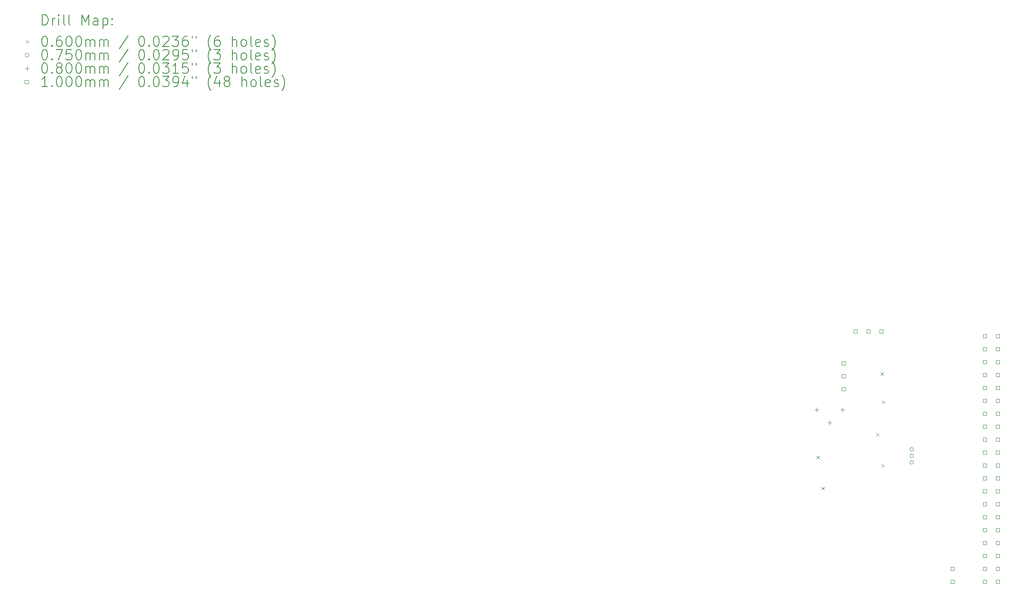
<source format=gbr>
%TF.GenerationSoftware,KiCad,Pcbnew,9.0.2-9.0.2-0~ubuntu24.04.1*%
%TF.CreationDate,2025-05-23T13:47:26-07:00*%
%TF.ProjectId,PMT_FPGA_PCB,504d545f-4650-4474-915f-5043422e6b69,rev?*%
%TF.SameCoordinates,Original*%
%TF.FileFunction,Drillmap*%
%TF.FilePolarity,Positive*%
%FSLAX45Y45*%
G04 Gerber Fmt 4.5, Leading zero omitted, Abs format (unit mm)*
G04 Created by KiCad (PCBNEW 9.0.2-9.0.2-0~ubuntu24.04.1) date 2025-05-23 13:47:26*
%MOMM*%
%LPD*%
G01*
G04 APERTURE LIST*
%ADD10C,0.200000*%
%ADD11C,0.100000*%
G04 APERTURE END LIST*
D10*
D11*
X15462150Y-8780800D02*
X15522150Y-8840800D01*
X15522150Y-8780800D02*
X15462150Y-8840800D01*
X15563750Y-9390400D02*
X15623750Y-9450400D01*
X15623750Y-9390400D02*
X15563750Y-9450400D01*
X16632400Y-8326600D02*
X16692400Y-8386600D01*
X16692400Y-8326600D02*
X16632400Y-8386600D01*
X16715726Y-7139926D02*
X16775726Y-7199926D01*
X16775726Y-7139926D02*
X16715726Y-7199926D01*
X16734000Y-8936200D02*
X16794000Y-8996200D01*
X16794000Y-8936200D02*
X16734000Y-8996200D01*
X16752655Y-7698344D02*
X16812656Y-7758344D01*
X16812656Y-7698344D02*
X16752655Y-7758344D01*
X17372450Y-8653350D02*
G75*
G02*
X17297450Y-8653350I-37500J0D01*
G01*
X17297450Y-8653350D02*
G75*
G02*
X17372450Y-8653350I37500J0D01*
G01*
X17372450Y-8780350D02*
G75*
G02*
X17297450Y-8780350I-37500J0D01*
G01*
X17297450Y-8780350D02*
G75*
G02*
X17372450Y-8780350I37500J0D01*
G01*
X17372450Y-8907350D02*
G75*
G02*
X17297450Y-8907350I-37500J0D01*
G01*
X17297450Y-8907350D02*
G75*
G02*
X17372450Y-8907350I37500J0D01*
G01*
X15468600Y-7834000D02*
X15468600Y-7914000D01*
X15428600Y-7874000D02*
X15508600Y-7874000D01*
X15722600Y-8088000D02*
X15722600Y-8168000D01*
X15682600Y-8128000D02*
X15762600Y-8128000D01*
X15976600Y-7834000D02*
X15976600Y-7914000D01*
X15936600Y-7874000D02*
X16016600Y-7874000D01*
X16029956Y-6994956D02*
X16029956Y-6924244D01*
X15959244Y-6924244D01*
X15959244Y-6994956D01*
X16029956Y-6994956D01*
X16029956Y-7248956D02*
X16029956Y-7178244D01*
X15959244Y-7178244D01*
X15959244Y-7248956D01*
X16029956Y-7248956D01*
X16029956Y-7502956D02*
X16029956Y-7432244D01*
X15959244Y-7432244D01*
X15959244Y-7502956D01*
X16029956Y-7502956D01*
X16265956Y-6366656D02*
X16265956Y-6295944D01*
X16195244Y-6295944D01*
X16195244Y-6366656D01*
X16265956Y-6366656D01*
X16519956Y-6366656D02*
X16519956Y-6295944D01*
X16449244Y-6295944D01*
X16449244Y-6366656D01*
X16519956Y-6366656D01*
X16773956Y-6366656D02*
X16773956Y-6295944D01*
X16703244Y-6295944D01*
X16703244Y-6366656D01*
X16773956Y-6366656D01*
X18170956Y-11034056D02*
X18170956Y-10963344D01*
X18100244Y-10963344D01*
X18100244Y-11034056D01*
X18170956Y-11034056D01*
X18170956Y-11288056D02*
X18170956Y-11217344D01*
X18100244Y-11217344D01*
X18100244Y-11288056D01*
X18170956Y-11288056D01*
X18804556Y-6461556D02*
X18804556Y-6390844D01*
X18733844Y-6390844D01*
X18733844Y-6461556D01*
X18804556Y-6461556D01*
X18804556Y-6715556D02*
X18804556Y-6644844D01*
X18733844Y-6644844D01*
X18733844Y-6715556D01*
X18804556Y-6715556D01*
X18804556Y-6969556D02*
X18804556Y-6898844D01*
X18733844Y-6898844D01*
X18733844Y-6969556D01*
X18804556Y-6969556D01*
X18804556Y-7223556D02*
X18804556Y-7152844D01*
X18733844Y-7152844D01*
X18733844Y-7223556D01*
X18804556Y-7223556D01*
X18804556Y-7477556D02*
X18804556Y-7406844D01*
X18733844Y-7406844D01*
X18733844Y-7477556D01*
X18804556Y-7477556D01*
X18804556Y-7731556D02*
X18804556Y-7660844D01*
X18733844Y-7660844D01*
X18733844Y-7731556D01*
X18804556Y-7731556D01*
X18804556Y-7985556D02*
X18804556Y-7914844D01*
X18733844Y-7914844D01*
X18733844Y-7985556D01*
X18804556Y-7985556D01*
X18804556Y-8239556D02*
X18804556Y-8168844D01*
X18733844Y-8168844D01*
X18733844Y-8239556D01*
X18804556Y-8239556D01*
X18804556Y-8493556D02*
X18804556Y-8422844D01*
X18733844Y-8422844D01*
X18733844Y-8493556D01*
X18804556Y-8493556D01*
X18804556Y-8747556D02*
X18804556Y-8676844D01*
X18733844Y-8676844D01*
X18733844Y-8747556D01*
X18804556Y-8747556D01*
X18804556Y-9001556D02*
X18804556Y-8930844D01*
X18733844Y-8930844D01*
X18733844Y-9001556D01*
X18804556Y-9001556D01*
X18804556Y-9255556D02*
X18804556Y-9184844D01*
X18733844Y-9184844D01*
X18733844Y-9255556D01*
X18804556Y-9255556D01*
X18804556Y-9509556D02*
X18804556Y-9438844D01*
X18733844Y-9438844D01*
X18733844Y-9509556D01*
X18804556Y-9509556D01*
X18804556Y-9763556D02*
X18804556Y-9692844D01*
X18733844Y-9692844D01*
X18733844Y-9763556D01*
X18804556Y-9763556D01*
X18804556Y-10017556D02*
X18804556Y-9946844D01*
X18733844Y-9946844D01*
X18733844Y-10017556D01*
X18804556Y-10017556D01*
X18804556Y-10271556D02*
X18804556Y-10200844D01*
X18733844Y-10200844D01*
X18733844Y-10271556D01*
X18804556Y-10271556D01*
X18804556Y-10525556D02*
X18804556Y-10454844D01*
X18733844Y-10454844D01*
X18733844Y-10525556D01*
X18804556Y-10525556D01*
X18804556Y-10779556D02*
X18804556Y-10708844D01*
X18733844Y-10708844D01*
X18733844Y-10779556D01*
X18804556Y-10779556D01*
X18804556Y-11033556D02*
X18804556Y-10962844D01*
X18733844Y-10962844D01*
X18733844Y-11033556D01*
X18804556Y-11033556D01*
X18804556Y-11287556D02*
X18804556Y-11216844D01*
X18733844Y-11216844D01*
X18733844Y-11287556D01*
X18804556Y-11287556D01*
X19058556Y-6461556D02*
X19058556Y-6390844D01*
X18987844Y-6390844D01*
X18987844Y-6461556D01*
X19058556Y-6461556D01*
X19058556Y-6715556D02*
X19058556Y-6644844D01*
X18987844Y-6644844D01*
X18987844Y-6715556D01*
X19058556Y-6715556D01*
X19058556Y-6969556D02*
X19058556Y-6898844D01*
X18987844Y-6898844D01*
X18987844Y-6969556D01*
X19058556Y-6969556D01*
X19058556Y-7223556D02*
X19058556Y-7152844D01*
X18987844Y-7152844D01*
X18987844Y-7223556D01*
X19058556Y-7223556D01*
X19058556Y-7477556D02*
X19058556Y-7406844D01*
X18987844Y-7406844D01*
X18987844Y-7477556D01*
X19058556Y-7477556D01*
X19058556Y-7731556D02*
X19058556Y-7660844D01*
X18987844Y-7660844D01*
X18987844Y-7731556D01*
X19058556Y-7731556D01*
X19058556Y-7985556D02*
X19058556Y-7914844D01*
X18987844Y-7914844D01*
X18987844Y-7985556D01*
X19058556Y-7985556D01*
X19058556Y-8239556D02*
X19058556Y-8168844D01*
X18987844Y-8168844D01*
X18987844Y-8239556D01*
X19058556Y-8239556D01*
X19058556Y-8493556D02*
X19058556Y-8422844D01*
X18987844Y-8422844D01*
X18987844Y-8493556D01*
X19058556Y-8493556D01*
X19058556Y-8747556D02*
X19058556Y-8676844D01*
X18987844Y-8676844D01*
X18987844Y-8747556D01*
X19058556Y-8747556D01*
X19058556Y-9001556D02*
X19058556Y-8930844D01*
X18987844Y-8930844D01*
X18987844Y-9001556D01*
X19058556Y-9001556D01*
X19058556Y-9255556D02*
X19058556Y-9184844D01*
X18987844Y-9184844D01*
X18987844Y-9255556D01*
X19058556Y-9255556D01*
X19058556Y-9509556D02*
X19058556Y-9438844D01*
X18987844Y-9438844D01*
X18987844Y-9509556D01*
X19058556Y-9509556D01*
X19058556Y-9763556D02*
X19058556Y-9692844D01*
X18987844Y-9692844D01*
X18987844Y-9763556D01*
X19058556Y-9763556D01*
X19058556Y-10017556D02*
X19058556Y-9946844D01*
X18987844Y-9946844D01*
X18987844Y-10017556D01*
X19058556Y-10017556D01*
X19058556Y-10271556D02*
X19058556Y-10200844D01*
X18987844Y-10200844D01*
X18987844Y-10271556D01*
X19058556Y-10271556D01*
X19058556Y-10525556D02*
X19058556Y-10454844D01*
X18987844Y-10454844D01*
X18987844Y-10525556D01*
X19058556Y-10525556D01*
X19058556Y-10779556D02*
X19058556Y-10708844D01*
X18987844Y-10708844D01*
X18987844Y-10779556D01*
X19058556Y-10779556D01*
X19058556Y-11033556D02*
X19058556Y-10962844D01*
X18987844Y-10962844D01*
X18987844Y-11033556D01*
X19058556Y-11033556D01*
X19058556Y-11287556D02*
X19058556Y-11216844D01*
X18987844Y-11216844D01*
X18987844Y-11287556D01*
X19058556Y-11287556D01*
D10*
X260777Y-311484D02*
X260777Y-111484D01*
X260777Y-111484D02*
X308396Y-111484D01*
X308396Y-111484D02*
X336967Y-121008D01*
X336967Y-121008D02*
X356015Y-140055D01*
X356015Y-140055D02*
X365539Y-159103D01*
X365539Y-159103D02*
X375062Y-197198D01*
X375062Y-197198D02*
X375062Y-225769D01*
X375062Y-225769D02*
X365539Y-263865D01*
X365539Y-263865D02*
X356015Y-282912D01*
X356015Y-282912D02*
X336967Y-301960D01*
X336967Y-301960D02*
X308396Y-311484D01*
X308396Y-311484D02*
X260777Y-311484D01*
X460777Y-311484D02*
X460777Y-178150D01*
X460777Y-216246D02*
X470301Y-197198D01*
X470301Y-197198D02*
X479824Y-187674D01*
X479824Y-187674D02*
X498872Y-178150D01*
X498872Y-178150D02*
X517920Y-178150D01*
X584586Y-311484D02*
X584586Y-178150D01*
X584586Y-111484D02*
X575063Y-121008D01*
X575063Y-121008D02*
X584586Y-130531D01*
X584586Y-130531D02*
X594110Y-121008D01*
X594110Y-121008D02*
X584586Y-111484D01*
X584586Y-111484D02*
X584586Y-130531D01*
X708396Y-311484D02*
X689348Y-301960D01*
X689348Y-301960D02*
X679824Y-282912D01*
X679824Y-282912D02*
X679824Y-111484D01*
X813158Y-311484D02*
X794110Y-301960D01*
X794110Y-301960D02*
X784586Y-282912D01*
X784586Y-282912D02*
X784586Y-111484D01*
X1041729Y-311484D02*
X1041729Y-111484D01*
X1041729Y-111484D02*
X1108396Y-254341D01*
X1108396Y-254341D02*
X1175063Y-111484D01*
X1175063Y-111484D02*
X1175063Y-311484D01*
X1356015Y-311484D02*
X1356015Y-206722D01*
X1356015Y-206722D02*
X1346491Y-187674D01*
X1346491Y-187674D02*
X1327444Y-178150D01*
X1327444Y-178150D02*
X1289348Y-178150D01*
X1289348Y-178150D02*
X1270301Y-187674D01*
X1356015Y-301960D02*
X1336967Y-311484D01*
X1336967Y-311484D02*
X1289348Y-311484D01*
X1289348Y-311484D02*
X1270301Y-301960D01*
X1270301Y-301960D02*
X1260777Y-282912D01*
X1260777Y-282912D02*
X1260777Y-263865D01*
X1260777Y-263865D02*
X1270301Y-244817D01*
X1270301Y-244817D02*
X1289348Y-235293D01*
X1289348Y-235293D02*
X1336967Y-235293D01*
X1336967Y-235293D02*
X1356015Y-225769D01*
X1451253Y-178150D02*
X1451253Y-378150D01*
X1451253Y-187674D02*
X1470301Y-178150D01*
X1470301Y-178150D02*
X1508396Y-178150D01*
X1508396Y-178150D02*
X1527443Y-187674D01*
X1527443Y-187674D02*
X1536967Y-197198D01*
X1536967Y-197198D02*
X1546491Y-216246D01*
X1546491Y-216246D02*
X1546491Y-273389D01*
X1546491Y-273389D02*
X1536967Y-292436D01*
X1536967Y-292436D02*
X1527443Y-301960D01*
X1527443Y-301960D02*
X1508396Y-311484D01*
X1508396Y-311484D02*
X1470301Y-311484D01*
X1470301Y-311484D02*
X1451253Y-301960D01*
X1632205Y-292436D02*
X1641729Y-301960D01*
X1641729Y-301960D02*
X1632205Y-311484D01*
X1632205Y-311484D02*
X1622682Y-301960D01*
X1622682Y-301960D02*
X1632205Y-292436D01*
X1632205Y-292436D02*
X1632205Y-311484D01*
X1632205Y-187674D02*
X1641729Y-197198D01*
X1641729Y-197198D02*
X1632205Y-206722D01*
X1632205Y-206722D02*
X1622682Y-197198D01*
X1622682Y-197198D02*
X1632205Y-187674D01*
X1632205Y-187674D02*
X1632205Y-206722D01*
D11*
X-60000Y-610000D02*
X0Y-670000D01*
X0Y-610000D02*
X-60000Y-670000D01*
D10*
X298872Y-531484D02*
X317920Y-531484D01*
X317920Y-531484D02*
X336967Y-541008D01*
X336967Y-541008D02*
X346491Y-550531D01*
X346491Y-550531D02*
X356015Y-569579D01*
X356015Y-569579D02*
X365539Y-607674D01*
X365539Y-607674D02*
X365539Y-655293D01*
X365539Y-655293D02*
X356015Y-693389D01*
X356015Y-693389D02*
X346491Y-712436D01*
X346491Y-712436D02*
X336967Y-721960D01*
X336967Y-721960D02*
X317920Y-731484D01*
X317920Y-731484D02*
X298872Y-731484D01*
X298872Y-731484D02*
X279824Y-721960D01*
X279824Y-721960D02*
X270301Y-712436D01*
X270301Y-712436D02*
X260777Y-693389D01*
X260777Y-693389D02*
X251253Y-655293D01*
X251253Y-655293D02*
X251253Y-607674D01*
X251253Y-607674D02*
X260777Y-569579D01*
X260777Y-569579D02*
X270301Y-550531D01*
X270301Y-550531D02*
X279824Y-541008D01*
X279824Y-541008D02*
X298872Y-531484D01*
X451253Y-712436D02*
X460777Y-721960D01*
X460777Y-721960D02*
X451253Y-731484D01*
X451253Y-731484D02*
X441729Y-721960D01*
X441729Y-721960D02*
X451253Y-712436D01*
X451253Y-712436D02*
X451253Y-731484D01*
X632205Y-531484D02*
X594110Y-531484D01*
X594110Y-531484D02*
X575063Y-541008D01*
X575063Y-541008D02*
X565539Y-550531D01*
X565539Y-550531D02*
X546491Y-579103D01*
X546491Y-579103D02*
X536967Y-617198D01*
X536967Y-617198D02*
X536967Y-693389D01*
X536967Y-693389D02*
X546491Y-712436D01*
X546491Y-712436D02*
X556015Y-721960D01*
X556015Y-721960D02*
X575063Y-731484D01*
X575063Y-731484D02*
X613158Y-731484D01*
X613158Y-731484D02*
X632205Y-721960D01*
X632205Y-721960D02*
X641729Y-712436D01*
X641729Y-712436D02*
X651253Y-693389D01*
X651253Y-693389D02*
X651253Y-645770D01*
X651253Y-645770D02*
X641729Y-626722D01*
X641729Y-626722D02*
X632205Y-617198D01*
X632205Y-617198D02*
X613158Y-607674D01*
X613158Y-607674D02*
X575063Y-607674D01*
X575063Y-607674D02*
X556015Y-617198D01*
X556015Y-617198D02*
X546491Y-626722D01*
X546491Y-626722D02*
X536967Y-645770D01*
X775062Y-531484D02*
X794110Y-531484D01*
X794110Y-531484D02*
X813158Y-541008D01*
X813158Y-541008D02*
X822682Y-550531D01*
X822682Y-550531D02*
X832205Y-569579D01*
X832205Y-569579D02*
X841729Y-607674D01*
X841729Y-607674D02*
X841729Y-655293D01*
X841729Y-655293D02*
X832205Y-693389D01*
X832205Y-693389D02*
X822682Y-712436D01*
X822682Y-712436D02*
X813158Y-721960D01*
X813158Y-721960D02*
X794110Y-731484D01*
X794110Y-731484D02*
X775062Y-731484D01*
X775062Y-731484D02*
X756015Y-721960D01*
X756015Y-721960D02*
X746491Y-712436D01*
X746491Y-712436D02*
X736967Y-693389D01*
X736967Y-693389D02*
X727443Y-655293D01*
X727443Y-655293D02*
X727443Y-607674D01*
X727443Y-607674D02*
X736967Y-569579D01*
X736967Y-569579D02*
X746491Y-550531D01*
X746491Y-550531D02*
X756015Y-541008D01*
X756015Y-541008D02*
X775062Y-531484D01*
X965539Y-531484D02*
X984586Y-531484D01*
X984586Y-531484D02*
X1003634Y-541008D01*
X1003634Y-541008D02*
X1013158Y-550531D01*
X1013158Y-550531D02*
X1022682Y-569579D01*
X1022682Y-569579D02*
X1032205Y-607674D01*
X1032205Y-607674D02*
X1032205Y-655293D01*
X1032205Y-655293D02*
X1022682Y-693389D01*
X1022682Y-693389D02*
X1013158Y-712436D01*
X1013158Y-712436D02*
X1003634Y-721960D01*
X1003634Y-721960D02*
X984586Y-731484D01*
X984586Y-731484D02*
X965539Y-731484D01*
X965539Y-731484D02*
X946491Y-721960D01*
X946491Y-721960D02*
X936967Y-712436D01*
X936967Y-712436D02*
X927443Y-693389D01*
X927443Y-693389D02*
X917920Y-655293D01*
X917920Y-655293D02*
X917920Y-607674D01*
X917920Y-607674D02*
X927443Y-569579D01*
X927443Y-569579D02*
X936967Y-550531D01*
X936967Y-550531D02*
X946491Y-541008D01*
X946491Y-541008D02*
X965539Y-531484D01*
X1117920Y-731484D02*
X1117920Y-598150D01*
X1117920Y-617198D02*
X1127444Y-607674D01*
X1127444Y-607674D02*
X1146491Y-598150D01*
X1146491Y-598150D02*
X1175063Y-598150D01*
X1175063Y-598150D02*
X1194110Y-607674D01*
X1194110Y-607674D02*
X1203634Y-626722D01*
X1203634Y-626722D02*
X1203634Y-731484D01*
X1203634Y-626722D02*
X1213158Y-607674D01*
X1213158Y-607674D02*
X1232205Y-598150D01*
X1232205Y-598150D02*
X1260777Y-598150D01*
X1260777Y-598150D02*
X1279825Y-607674D01*
X1279825Y-607674D02*
X1289348Y-626722D01*
X1289348Y-626722D02*
X1289348Y-731484D01*
X1384586Y-731484D02*
X1384586Y-598150D01*
X1384586Y-617198D02*
X1394110Y-607674D01*
X1394110Y-607674D02*
X1413158Y-598150D01*
X1413158Y-598150D02*
X1441729Y-598150D01*
X1441729Y-598150D02*
X1460777Y-607674D01*
X1460777Y-607674D02*
X1470301Y-626722D01*
X1470301Y-626722D02*
X1470301Y-731484D01*
X1470301Y-626722D02*
X1479824Y-607674D01*
X1479824Y-607674D02*
X1498872Y-598150D01*
X1498872Y-598150D02*
X1527443Y-598150D01*
X1527443Y-598150D02*
X1546491Y-607674D01*
X1546491Y-607674D02*
X1556015Y-626722D01*
X1556015Y-626722D02*
X1556015Y-731484D01*
X1946491Y-521960D02*
X1775063Y-779103D01*
X2203634Y-531484D02*
X2222682Y-531484D01*
X2222682Y-531484D02*
X2241729Y-541008D01*
X2241729Y-541008D02*
X2251253Y-550531D01*
X2251253Y-550531D02*
X2260777Y-569579D01*
X2260777Y-569579D02*
X2270301Y-607674D01*
X2270301Y-607674D02*
X2270301Y-655293D01*
X2270301Y-655293D02*
X2260777Y-693389D01*
X2260777Y-693389D02*
X2251253Y-712436D01*
X2251253Y-712436D02*
X2241729Y-721960D01*
X2241729Y-721960D02*
X2222682Y-731484D01*
X2222682Y-731484D02*
X2203634Y-731484D01*
X2203634Y-731484D02*
X2184587Y-721960D01*
X2184587Y-721960D02*
X2175063Y-712436D01*
X2175063Y-712436D02*
X2165539Y-693389D01*
X2165539Y-693389D02*
X2156015Y-655293D01*
X2156015Y-655293D02*
X2156015Y-607674D01*
X2156015Y-607674D02*
X2165539Y-569579D01*
X2165539Y-569579D02*
X2175063Y-550531D01*
X2175063Y-550531D02*
X2184587Y-541008D01*
X2184587Y-541008D02*
X2203634Y-531484D01*
X2356015Y-712436D02*
X2365539Y-721960D01*
X2365539Y-721960D02*
X2356015Y-731484D01*
X2356015Y-731484D02*
X2346491Y-721960D01*
X2346491Y-721960D02*
X2356015Y-712436D01*
X2356015Y-712436D02*
X2356015Y-731484D01*
X2489348Y-531484D02*
X2508396Y-531484D01*
X2508396Y-531484D02*
X2527444Y-541008D01*
X2527444Y-541008D02*
X2536968Y-550531D01*
X2536968Y-550531D02*
X2546491Y-569579D01*
X2546491Y-569579D02*
X2556015Y-607674D01*
X2556015Y-607674D02*
X2556015Y-655293D01*
X2556015Y-655293D02*
X2546491Y-693389D01*
X2546491Y-693389D02*
X2536968Y-712436D01*
X2536968Y-712436D02*
X2527444Y-721960D01*
X2527444Y-721960D02*
X2508396Y-731484D01*
X2508396Y-731484D02*
X2489348Y-731484D01*
X2489348Y-731484D02*
X2470301Y-721960D01*
X2470301Y-721960D02*
X2460777Y-712436D01*
X2460777Y-712436D02*
X2451253Y-693389D01*
X2451253Y-693389D02*
X2441729Y-655293D01*
X2441729Y-655293D02*
X2441729Y-607674D01*
X2441729Y-607674D02*
X2451253Y-569579D01*
X2451253Y-569579D02*
X2460777Y-550531D01*
X2460777Y-550531D02*
X2470301Y-541008D01*
X2470301Y-541008D02*
X2489348Y-531484D01*
X2632206Y-550531D02*
X2641729Y-541008D01*
X2641729Y-541008D02*
X2660777Y-531484D01*
X2660777Y-531484D02*
X2708396Y-531484D01*
X2708396Y-531484D02*
X2727444Y-541008D01*
X2727444Y-541008D02*
X2736968Y-550531D01*
X2736968Y-550531D02*
X2746491Y-569579D01*
X2746491Y-569579D02*
X2746491Y-588627D01*
X2746491Y-588627D02*
X2736968Y-617198D01*
X2736968Y-617198D02*
X2622682Y-731484D01*
X2622682Y-731484D02*
X2746491Y-731484D01*
X2813158Y-531484D02*
X2936967Y-531484D01*
X2936967Y-531484D02*
X2870301Y-607674D01*
X2870301Y-607674D02*
X2898872Y-607674D01*
X2898872Y-607674D02*
X2917920Y-617198D01*
X2917920Y-617198D02*
X2927444Y-626722D01*
X2927444Y-626722D02*
X2936967Y-645770D01*
X2936967Y-645770D02*
X2936967Y-693389D01*
X2936967Y-693389D02*
X2927444Y-712436D01*
X2927444Y-712436D02*
X2917920Y-721960D01*
X2917920Y-721960D02*
X2898872Y-731484D01*
X2898872Y-731484D02*
X2841729Y-731484D01*
X2841729Y-731484D02*
X2822682Y-721960D01*
X2822682Y-721960D02*
X2813158Y-712436D01*
X3108396Y-531484D02*
X3070301Y-531484D01*
X3070301Y-531484D02*
X3051253Y-541008D01*
X3051253Y-541008D02*
X3041729Y-550531D01*
X3041729Y-550531D02*
X3022682Y-579103D01*
X3022682Y-579103D02*
X3013158Y-617198D01*
X3013158Y-617198D02*
X3013158Y-693389D01*
X3013158Y-693389D02*
X3022682Y-712436D01*
X3022682Y-712436D02*
X3032206Y-721960D01*
X3032206Y-721960D02*
X3051253Y-731484D01*
X3051253Y-731484D02*
X3089348Y-731484D01*
X3089348Y-731484D02*
X3108396Y-721960D01*
X3108396Y-721960D02*
X3117920Y-712436D01*
X3117920Y-712436D02*
X3127444Y-693389D01*
X3127444Y-693389D02*
X3127444Y-645770D01*
X3127444Y-645770D02*
X3117920Y-626722D01*
X3117920Y-626722D02*
X3108396Y-617198D01*
X3108396Y-617198D02*
X3089348Y-607674D01*
X3089348Y-607674D02*
X3051253Y-607674D01*
X3051253Y-607674D02*
X3032206Y-617198D01*
X3032206Y-617198D02*
X3022682Y-626722D01*
X3022682Y-626722D02*
X3013158Y-645770D01*
X3203634Y-531484D02*
X3203634Y-569579D01*
X3279825Y-531484D02*
X3279825Y-569579D01*
X3575063Y-807674D02*
X3565539Y-798150D01*
X3565539Y-798150D02*
X3546491Y-769579D01*
X3546491Y-769579D02*
X3536968Y-750531D01*
X3536968Y-750531D02*
X3527444Y-721960D01*
X3527444Y-721960D02*
X3517920Y-674341D01*
X3517920Y-674341D02*
X3517920Y-636246D01*
X3517920Y-636246D02*
X3527444Y-588627D01*
X3527444Y-588627D02*
X3536968Y-560055D01*
X3536968Y-560055D02*
X3546491Y-541008D01*
X3546491Y-541008D02*
X3565539Y-512436D01*
X3565539Y-512436D02*
X3575063Y-502912D01*
X3736968Y-531484D02*
X3698872Y-531484D01*
X3698872Y-531484D02*
X3679825Y-541008D01*
X3679825Y-541008D02*
X3670301Y-550531D01*
X3670301Y-550531D02*
X3651253Y-579103D01*
X3651253Y-579103D02*
X3641729Y-617198D01*
X3641729Y-617198D02*
X3641729Y-693389D01*
X3641729Y-693389D02*
X3651253Y-712436D01*
X3651253Y-712436D02*
X3660777Y-721960D01*
X3660777Y-721960D02*
X3679825Y-731484D01*
X3679825Y-731484D02*
X3717920Y-731484D01*
X3717920Y-731484D02*
X3736968Y-721960D01*
X3736968Y-721960D02*
X3746491Y-712436D01*
X3746491Y-712436D02*
X3756015Y-693389D01*
X3756015Y-693389D02*
X3756015Y-645770D01*
X3756015Y-645770D02*
X3746491Y-626722D01*
X3746491Y-626722D02*
X3736968Y-617198D01*
X3736968Y-617198D02*
X3717920Y-607674D01*
X3717920Y-607674D02*
X3679825Y-607674D01*
X3679825Y-607674D02*
X3660777Y-617198D01*
X3660777Y-617198D02*
X3651253Y-626722D01*
X3651253Y-626722D02*
X3641729Y-645770D01*
X3994110Y-731484D02*
X3994110Y-531484D01*
X4079825Y-731484D02*
X4079825Y-626722D01*
X4079825Y-626722D02*
X4070301Y-607674D01*
X4070301Y-607674D02*
X4051253Y-598150D01*
X4051253Y-598150D02*
X4022682Y-598150D01*
X4022682Y-598150D02*
X4003634Y-607674D01*
X4003634Y-607674D02*
X3994110Y-617198D01*
X4203634Y-731484D02*
X4184587Y-721960D01*
X4184587Y-721960D02*
X4175063Y-712436D01*
X4175063Y-712436D02*
X4165539Y-693389D01*
X4165539Y-693389D02*
X4165539Y-636246D01*
X4165539Y-636246D02*
X4175063Y-617198D01*
X4175063Y-617198D02*
X4184587Y-607674D01*
X4184587Y-607674D02*
X4203634Y-598150D01*
X4203634Y-598150D02*
X4232206Y-598150D01*
X4232206Y-598150D02*
X4251253Y-607674D01*
X4251253Y-607674D02*
X4260777Y-617198D01*
X4260777Y-617198D02*
X4270301Y-636246D01*
X4270301Y-636246D02*
X4270301Y-693389D01*
X4270301Y-693389D02*
X4260777Y-712436D01*
X4260777Y-712436D02*
X4251253Y-721960D01*
X4251253Y-721960D02*
X4232206Y-731484D01*
X4232206Y-731484D02*
X4203634Y-731484D01*
X4384587Y-731484D02*
X4365539Y-721960D01*
X4365539Y-721960D02*
X4356015Y-702912D01*
X4356015Y-702912D02*
X4356015Y-531484D01*
X4536968Y-721960D02*
X4517920Y-731484D01*
X4517920Y-731484D02*
X4479825Y-731484D01*
X4479825Y-731484D02*
X4460777Y-721960D01*
X4460777Y-721960D02*
X4451253Y-702912D01*
X4451253Y-702912D02*
X4451253Y-626722D01*
X4451253Y-626722D02*
X4460777Y-607674D01*
X4460777Y-607674D02*
X4479825Y-598150D01*
X4479825Y-598150D02*
X4517920Y-598150D01*
X4517920Y-598150D02*
X4536968Y-607674D01*
X4536968Y-607674D02*
X4546492Y-626722D01*
X4546492Y-626722D02*
X4546492Y-645770D01*
X4546492Y-645770D02*
X4451253Y-664817D01*
X4622682Y-721960D02*
X4641730Y-731484D01*
X4641730Y-731484D02*
X4679825Y-731484D01*
X4679825Y-731484D02*
X4698873Y-721960D01*
X4698873Y-721960D02*
X4708396Y-702912D01*
X4708396Y-702912D02*
X4708396Y-693389D01*
X4708396Y-693389D02*
X4698873Y-674341D01*
X4698873Y-674341D02*
X4679825Y-664817D01*
X4679825Y-664817D02*
X4651253Y-664817D01*
X4651253Y-664817D02*
X4632206Y-655293D01*
X4632206Y-655293D02*
X4622682Y-636246D01*
X4622682Y-636246D02*
X4622682Y-626722D01*
X4622682Y-626722D02*
X4632206Y-607674D01*
X4632206Y-607674D02*
X4651253Y-598150D01*
X4651253Y-598150D02*
X4679825Y-598150D01*
X4679825Y-598150D02*
X4698873Y-607674D01*
X4775063Y-807674D02*
X4784587Y-798150D01*
X4784587Y-798150D02*
X4803634Y-769579D01*
X4803634Y-769579D02*
X4813158Y-750531D01*
X4813158Y-750531D02*
X4822682Y-721960D01*
X4822682Y-721960D02*
X4832206Y-674341D01*
X4832206Y-674341D02*
X4832206Y-636246D01*
X4832206Y-636246D02*
X4822682Y-588627D01*
X4822682Y-588627D02*
X4813158Y-560055D01*
X4813158Y-560055D02*
X4803634Y-541008D01*
X4803634Y-541008D02*
X4784587Y-512436D01*
X4784587Y-512436D02*
X4775063Y-502912D01*
D11*
X0Y-904000D02*
G75*
G02*
X-75000Y-904000I-37500J0D01*
G01*
X-75000Y-904000D02*
G75*
G02*
X0Y-904000I37500J0D01*
G01*
D10*
X298872Y-795484D02*
X317920Y-795484D01*
X317920Y-795484D02*
X336967Y-805008D01*
X336967Y-805008D02*
X346491Y-814531D01*
X346491Y-814531D02*
X356015Y-833579D01*
X356015Y-833579D02*
X365539Y-871674D01*
X365539Y-871674D02*
X365539Y-919293D01*
X365539Y-919293D02*
X356015Y-957388D01*
X356015Y-957388D02*
X346491Y-976436D01*
X346491Y-976436D02*
X336967Y-985960D01*
X336967Y-985960D02*
X317920Y-995484D01*
X317920Y-995484D02*
X298872Y-995484D01*
X298872Y-995484D02*
X279824Y-985960D01*
X279824Y-985960D02*
X270301Y-976436D01*
X270301Y-976436D02*
X260777Y-957388D01*
X260777Y-957388D02*
X251253Y-919293D01*
X251253Y-919293D02*
X251253Y-871674D01*
X251253Y-871674D02*
X260777Y-833579D01*
X260777Y-833579D02*
X270301Y-814531D01*
X270301Y-814531D02*
X279824Y-805008D01*
X279824Y-805008D02*
X298872Y-795484D01*
X451253Y-976436D02*
X460777Y-985960D01*
X460777Y-985960D02*
X451253Y-995484D01*
X451253Y-995484D02*
X441729Y-985960D01*
X441729Y-985960D02*
X451253Y-976436D01*
X451253Y-976436D02*
X451253Y-995484D01*
X527444Y-795484D02*
X660777Y-795484D01*
X660777Y-795484D02*
X575063Y-995484D01*
X832205Y-795484D02*
X736967Y-795484D01*
X736967Y-795484D02*
X727443Y-890722D01*
X727443Y-890722D02*
X736967Y-881198D01*
X736967Y-881198D02*
X756015Y-871674D01*
X756015Y-871674D02*
X803634Y-871674D01*
X803634Y-871674D02*
X822682Y-881198D01*
X822682Y-881198D02*
X832205Y-890722D01*
X832205Y-890722D02*
X841729Y-909769D01*
X841729Y-909769D02*
X841729Y-957388D01*
X841729Y-957388D02*
X832205Y-976436D01*
X832205Y-976436D02*
X822682Y-985960D01*
X822682Y-985960D02*
X803634Y-995484D01*
X803634Y-995484D02*
X756015Y-995484D01*
X756015Y-995484D02*
X736967Y-985960D01*
X736967Y-985960D02*
X727443Y-976436D01*
X965539Y-795484D02*
X984586Y-795484D01*
X984586Y-795484D02*
X1003634Y-805008D01*
X1003634Y-805008D02*
X1013158Y-814531D01*
X1013158Y-814531D02*
X1022682Y-833579D01*
X1022682Y-833579D02*
X1032205Y-871674D01*
X1032205Y-871674D02*
X1032205Y-919293D01*
X1032205Y-919293D02*
X1022682Y-957388D01*
X1022682Y-957388D02*
X1013158Y-976436D01*
X1013158Y-976436D02*
X1003634Y-985960D01*
X1003634Y-985960D02*
X984586Y-995484D01*
X984586Y-995484D02*
X965539Y-995484D01*
X965539Y-995484D02*
X946491Y-985960D01*
X946491Y-985960D02*
X936967Y-976436D01*
X936967Y-976436D02*
X927443Y-957388D01*
X927443Y-957388D02*
X917920Y-919293D01*
X917920Y-919293D02*
X917920Y-871674D01*
X917920Y-871674D02*
X927443Y-833579D01*
X927443Y-833579D02*
X936967Y-814531D01*
X936967Y-814531D02*
X946491Y-805008D01*
X946491Y-805008D02*
X965539Y-795484D01*
X1117920Y-995484D02*
X1117920Y-862150D01*
X1117920Y-881198D02*
X1127444Y-871674D01*
X1127444Y-871674D02*
X1146491Y-862150D01*
X1146491Y-862150D02*
X1175063Y-862150D01*
X1175063Y-862150D02*
X1194110Y-871674D01*
X1194110Y-871674D02*
X1203634Y-890722D01*
X1203634Y-890722D02*
X1203634Y-995484D01*
X1203634Y-890722D02*
X1213158Y-871674D01*
X1213158Y-871674D02*
X1232205Y-862150D01*
X1232205Y-862150D02*
X1260777Y-862150D01*
X1260777Y-862150D02*
X1279825Y-871674D01*
X1279825Y-871674D02*
X1289348Y-890722D01*
X1289348Y-890722D02*
X1289348Y-995484D01*
X1384586Y-995484D02*
X1384586Y-862150D01*
X1384586Y-881198D02*
X1394110Y-871674D01*
X1394110Y-871674D02*
X1413158Y-862150D01*
X1413158Y-862150D02*
X1441729Y-862150D01*
X1441729Y-862150D02*
X1460777Y-871674D01*
X1460777Y-871674D02*
X1470301Y-890722D01*
X1470301Y-890722D02*
X1470301Y-995484D01*
X1470301Y-890722D02*
X1479824Y-871674D01*
X1479824Y-871674D02*
X1498872Y-862150D01*
X1498872Y-862150D02*
X1527443Y-862150D01*
X1527443Y-862150D02*
X1546491Y-871674D01*
X1546491Y-871674D02*
X1556015Y-890722D01*
X1556015Y-890722D02*
X1556015Y-995484D01*
X1946491Y-785960D02*
X1775063Y-1043103D01*
X2203634Y-795484D02*
X2222682Y-795484D01*
X2222682Y-795484D02*
X2241729Y-805008D01*
X2241729Y-805008D02*
X2251253Y-814531D01*
X2251253Y-814531D02*
X2260777Y-833579D01*
X2260777Y-833579D02*
X2270301Y-871674D01*
X2270301Y-871674D02*
X2270301Y-919293D01*
X2270301Y-919293D02*
X2260777Y-957388D01*
X2260777Y-957388D02*
X2251253Y-976436D01*
X2251253Y-976436D02*
X2241729Y-985960D01*
X2241729Y-985960D02*
X2222682Y-995484D01*
X2222682Y-995484D02*
X2203634Y-995484D01*
X2203634Y-995484D02*
X2184587Y-985960D01*
X2184587Y-985960D02*
X2175063Y-976436D01*
X2175063Y-976436D02*
X2165539Y-957388D01*
X2165539Y-957388D02*
X2156015Y-919293D01*
X2156015Y-919293D02*
X2156015Y-871674D01*
X2156015Y-871674D02*
X2165539Y-833579D01*
X2165539Y-833579D02*
X2175063Y-814531D01*
X2175063Y-814531D02*
X2184587Y-805008D01*
X2184587Y-805008D02*
X2203634Y-795484D01*
X2356015Y-976436D02*
X2365539Y-985960D01*
X2365539Y-985960D02*
X2356015Y-995484D01*
X2356015Y-995484D02*
X2346491Y-985960D01*
X2346491Y-985960D02*
X2356015Y-976436D01*
X2356015Y-976436D02*
X2356015Y-995484D01*
X2489348Y-795484D02*
X2508396Y-795484D01*
X2508396Y-795484D02*
X2527444Y-805008D01*
X2527444Y-805008D02*
X2536968Y-814531D01*
X2536968Y-814531D02*
X2546491Y-833579D01*
X2546491Y-833579D02*
X2556015Y-871674D01*
X2556015Y-871674D02*
X2556015Y-919293D01*
X2556015Y-919293D02*
X2546491Y-957388D01*
X2546491Y-957388D02*
X2536968Y-976436D01*
X2536968Y-976436D02*
X2527444Y-985960D01*
X2527444Y-985960D02*
X2508396Y-995484D01*
X2508396Y-995484D02*
X2489348Y-995484D01*
X2489348Y-995484D02*
X2470301Y-985960D01*
X2470301Y-985960D02*
X2460777Y-976436D01*
X2460777Y-976436D02*
X2451253Y-957388D01*
X2451253Y-957388D02*
X2441729Y-919293D01*
X2441729Y-919293D02*
X2441729Y-871674D01*
X2441729Y-871674D02*
X2451253Y-833579D01*
X2451253Y-833579D02*
X2460777Y-814531D01*
X2460777Y-814531D02*
X2470301Y-805008D01*
X2470301Y-805008D02*
X2489348Y-795484D01*
X2632206Y-814531D02*
X2641729Y-805008D01*
X2641729Y-805008D02*
X2660777Y-795484D01*
X2660777Y-795484D02*
X2708396Y-795484D01*
X2708396Y-795484D02*
X2727444Y-805008D01*
X2727444Y-805008D02*
X2736968Y-814531D01*
X2736968Y-814531D02*
X2746491Y-833579D01*
X2746491Y-833579D02*
X2746491Y-852627D01*
X2746491Y-852627D02*
X2736968Y-881198D01*
X2736968Y-881198D02*
X2622682Y-995484D01*
X2622682Y-995484D02*
X2746491Y-995484D01*
X2841729Y-995484D02*
X2879825Y-995484D01*
X2879825Y-995484D02*
X2898872Y-985960D01*
X2898872Y-985960D02*
X2908396Y-976436D01*
X2908396Y-976436D02*
X2927444Y-947865D01*
X2927444Y-947865D02*
X2936967Y-909769D01*
X2936967Y-909769D02*
X2936967Y-833579D01*
X2936967Y-833579D02*
X2927444Y-814531D01*
X2927444Y-814531D02*
X2917920Y-805008D01*
X2917920Y-805008D02*
X2898872Y-795484D01*
X2898872Y-795484D02*
X2860777Y-795484D01*
X2860777Y-795484D02*
X2841729Y-805008D01*
X2841729Y-805008D02*
X2832206Y-814531D01*
X2832206Y-814531D02*
X2822682Y-833579D01*
X2822682Y-833579D02*
X2822682Y-881198D01*
X2822682Y-881198D02*
X2832206Y-900246D01*
X2832206Y-900246D02*
X2841729Y-909769D01*
X2841729Y-909769D02*
X2860777Y-919293D01*
X2860777Y-919293D02*
X2898872Y-919293D01*
X2898872Y-919293D02*
X2917920Y-909769D01*
X2917920Y-909769D02*
X2927444Y-900246D01*
X2927444Y-900246D02*
X2936967Y-881198D01*
X3117920Y-795484D02*
X3022682Y-795484D01*
X3022682Y-795484D02*
X3013158Y-890722D01*
X3013158Y-890722D02*
X3022682Y-881198D01*
X3022682Y-881198D02*
X3041729Y-871674D01*
X3041729Y-871674D02*
X3089348Y-871674D01*
X3089348Y-871674D02*
X3108396Y-881198D01*
X3108396Y-881198D02*
X3117920Y-890722D01*
X3117920Y-890722D02*
X3127444Y-909769D01*
X3127444Y-909769D02*
X3127444Y-957388D01*
X3127444Y-957388D02*
X3117920Y-976436D01*
X3117920Y-976436D02*
X3108396Y-985960D01*
X3108396Y-985960D02*
X3089348Y-995484D01*
X3089348Y-995484D02*
X3041729Y-995484D01*
X3041729Y-995484D02*
X3022682Y-985960D01*
X3022682Y-985960D02*
X3013158Y-976436D01*
X3203634Y-795484D02*
X3203634Y-833579D01*
X3279825Y-795484D02*
X3279825Y-833579D01*
X3575063Y-1071674D02*
X3565539Y-1062150D01*
X3565539Y-1062150D02*
X3546491Y-1033579D01*
X3546491Y-1033579D02*
X3536968Y-1014531D01*
X3536968Y-1014531D02*
X3527444Y-985960D01*
X3527444Y-985960D02*
X3517920Y-938341D01*
X3517920Y-938341D02*
X3517920Y-900246D01*
X3517920Y-900246D02*
X3527444Y-852627D01*
X3527444Y-852627D02*
X3536968Y-824055D01*
X3536968Y-824055D02*
X3546491Y-805008D01*
X3546491Y-805008D02*
X3565539Y-776436D01*
X3565539Y-776436D02*
X3575063Y-766912D01*
X3632206Y-795484D02*
X3756015Y-795484D01*
X3756015Y-795484D02*
X3689348Y-871674D01*
X3689348Y-871674D02*
X3717920Y-871674D01*
X3717920Y-871674D02*
X3736968Y-881198D01*
X3736968Y-881198D02*
X3746491Y-890722D01*
X3746491Y-890722D02*
X3756015Y-909769D01*
X3756015Y-909769D02*
X3756015Y-957388D01*
X3756015Y-957388D02*
X3746491Y-976436D01*
X3746491Y-976436D02*
X3736968Y-985960D01*
X3736968Y-985960D02*
X3717920Y-995484D01*
X3717920Y-995484D02*
X3660777Y-995484D01*
X3660777Y-995484D02*
X3641729Y-985960D01*
X3641729Y-985960D02*
X3632206Y-976436D01*
X3994110Y-995484D02*
X3994110Y-795484D01*
X4079825Y-995484D02*
X4079825Y-890722D01*
X4079825Y-890722D02*
X4070301Y-871674D01*
X4070301Y-871674D02*
X4051253Y-862150D01*
X4051253Y-862150D02*
X4022682Y-862150D01*
X4022682Y-862150D02*
X4003634Y-871674D01*
X4003634Y-871674D02*
X3994110Y-881198D01*
X4203634Y-995484D02*
X4184587Y-985960D01*
X4184587Y-985960D02*
X4175063Y-976436D01*
X4175063Y-976436D02*
X4165539Y-957388D01*
X4165539Y-957388D02*
X4165539Y-900246D01*
X4165539Y-900246D02*
X4175063Y-881198D01*
X4175063Y-881198D02*
X4184587Y-871674D01*
X4184587Y-871674D02*
X4203634Y-862150D01*
X4203634Y-862150D02*
X4232206Y-862150D01*
X4232206Y-862150D02*
X4251253Y-871674D01*
X4251253Y-871674D02*
X4260777Y-881198D01*
X4260777Y-881198D02*
X4270301Y-900246D01*
X4270301Y-900246D02*
X4270301Y-957388D01*
X4270301Y-957388D02*
X4260777Y-976436D01*
X4260777Y-976436D02*
X4251253Y-985960D01*
X4251253Y-985960D02*
X4232206Y-995484D01*
X4232206Y-995484D02*
X4203634Y-995484D01*
X4384587Y-995484D02*
X4365539Y-985960D01*
X4365539Y-985960D02*
X4356015Y-966912D01*
X4356015Y-966912D02*
X4356015Y-795484D01*
X4536968Y-985960D02*
X4517920Y-995484D01*
X4517920Y-995484D02*
X4479825Y-995484D01*
X4479825Y-995484D02*
X4460777Y-985960D01*
X4460777Y-985960D02*
X4451253Y-966912D01*
X4451253Y-966912D02*
X4451253Y-890722D01*
X4451253Y-890722D02*
X4460777Y-871674D01*
X4460777Y-871674D02*
X4479825Y-862150D01*
X4479825Y-862150D02*
X4517920Y-862150D01*
X4517920Y-862150D02*
X4536968Y-871674D01*
X4536968Y-871674D02*
X4546492Y-890722D01*
X4546492Y-890722D02*
X4546492Y-909769D01*
X4546492Y-909769D02*
X4451253Y-928817D01*
X4622682Y-985960D02*
X4641730Y-995484D01*
X4641730Y-995484D02*
X4679825Y-995484D01*
X4679825Y-995484D02*
X4698873Y-985960D01*
X4698873Y-985960D02*
X4708396Y-966912D01*
X4708396Y-966912D02*
X4708396Y-957388D01*
X4708396Y-957388D02*
X4698873Y-938341D01*
X4698873Y-938341D02*
X4679825Y-928817D01*
X4679825Y-928817D02*
X4651253Y-928817D01*
X4651253Y-928817D02*
X4632206Y-919293D01*
X4632206Y-919293D02*
X4622682Y-900246D01*
X4622682Y-900246D02*
X4622682Y-890722D01*
X4622682Y-890722D02*
X4632206Y-871674D01*
X4632206Y-871674D02*
X4651253Y-862150D01*
X4651253Y-862150D02*
X4679825Y-862150D01*
X4679825Y-862150D02*
X4698873Y-871674D01*
X4775063Y-1071674D02*
X4784587Y-1062150D01*
X4784587Y-1062150D02*
X4803634Y-1033579D01*
X4803634Y-1033579D02*
X4813158Y-1014531D01*
X4813158Y-1014531D02*
X4822682Y-985960D01*
X4822682Y-985960D02*
X4832206Y-938341D01*
X4832206Y-938341D02*
X4832206Y-900246D01*
X4832206Y-900246D02*
X4822682Y-852627D01*
X4822682Y-852627D02*
X4813158Y-824055D01*
X4813158Y-824055D02*
X4803634Y-805008D01*
X4803634Y-805008D02*
X4784587Y-776436D01*
X4784587Y-776436D02*
X4775063Y-766912D01*
D11*
X-40000Y-1128000D02*
X-40000Y-1208000D01*
X-80000Y-1168000D02*
X0Y-1168000D01*
D10*
X298872Y-1059484D02*
X317920Y-1059484D01*
X317920Y-1059484D02*
X336967Y-1069008D01*
X336967Y-1069008D02*
X346491Y-1078531D01*
X346491Y-1078531D02*
X356015Y-1097579D01*
X356015Y-1097579D02*
X365539Y-1135674D01*
X365539Y-1135674D02*
X365539Y-1183293D01*
X365539Y-1183293D02*
X356015Y-1221389D01*
X356015Y-1221389D02*
X346491Y-1240436D01*
X346491Y-1240436D02*
X336967Y-1249960D01*
X336967Y-1249960D02*
X317920Y-1259484D01*
X317920Y-1259484D02*
X298872Y-1259484D01*
X298872Y-1259484D02*
X279824Y-1249960D01*
X279824Y-1249960D02*
X270301Y-1240436D01*
X270301Y-1240436D02*
X260777Y-1221389D01*
X260777Y-1221389D02*
X251253Y-1183293D01*
X251253Y-1183293D02*
X251253Y-1135674D01*
X251253Y-1135674D02*
X260777Y-1097579D01*
X260777Y-1097579D02*
X270301Y-1078531D01*
X270301Y-1078531D02*
X279824Y-1069008D01*
X279824Y-1069008D02*
X298872Y-1059484D01*
X451253Y-1240436D02*
X460777Y-1249960D01*
X460777Y-1249960D02*
X451253Y-1259484D01*
X451253Y-1259484D02*
X441729Y-1249960D01*
X441729Y-1249960D02*
X451253Y-1240436D01*
X451253Y-1240436D02*
X451253Y-1259484D01*
X575063Y-1145198D02*
X556015Y-1135674D01*
X556015Y-1135674D02*
X546491Y-1126150D01*
X546491Y-1126150D02*
X536967Y-1107103D01*
X536967Y-1107103D02*
X536967Y-1097579D01*
X536967Y-1097579D02*
X546491Y-1078531D01*
X546491Y-1078531D02*
X556015Y-1069008D01*
X556015Y-1069008D02*
X575063Y-1059484D01*
X575063Y-1059484D02*
X613158Y-1059484D01*
X613158Y-1059484D02*
X632205Y-1069008D01*
X632205Y-1069008D02*
X641729Y-1078531D01*
X641729Y-1078531D02*
X651253Y-1097579D01*
X651253Y-1097579D02*
X651253Y-1107103D01*
X651253Y-1107103D02*
X641729Y-1126150D01*
X641729Y-1126150D02*
X632205Y-1135674D01*
X632205Y-1135674D02*
X613158Y-1145198D01*
X613158Y-1145198D02*
X575063Y-1145198D01*
X575063Y-1145198D02*
X556015Y-1154722D01*
X556015Y-1154722D02*
X546491Y-1164246D01*
X546491Y-1164246D02*
X536967Y-1183293D01*
X536967Y-1183293D02*
X536967Y-1221389D01*
X536967Y-1221389D02*
X546491Y-1240436D01*
X546491Y-1240436D02*
X556015Y-1249960D01*
X556015Y-1249960D02*
X575063Y-1259484D01*
X575063Y-1259484D02*
X613158Y-1259484D01*
X613158Y-1259484D02*
X632205Y-1249960D01*
X632205Y-1249960D02*
X641729Y-1240436D01*
X641729Y-1240436D02*
X651253Y-1221389D01*
X651253Y-1221389D02*
X651253Y-1183293D01*
X651253Y-1183293D02*
X641729Y-1164246D01*
X641729Y-1164246D02*
X632205Y-1154722D01*
X632205Y-1154722D02*
X613158Y-1145198D01*
X775062Y-1059484D02*
X794110Y-1059484D01*
X794110Y-1059484D02*
X813158Y-1069008D01*
X813158Y-1069008D02*
X822682Y-1078531D01*
X822682Y-1078531D02*
X832205Y-1097579D01*
X832205Y-1097579D02*
X841729Y-1135674D01*
X841729Y-1135674D02*
X841729Y-1183293D01*
X841729Y-1183293D02*
X832205Y-1221389D01*
X832205Y-1221389D02*
X822682Y-1240436D01*
X822682Y-1240436D02*
X813158Y-1249960D01*
X813158Y-1249960D02*
X794110Y-1259484D01*
X794110Y-1259484D02*
X775062Y-1259484D01*
X775062Y-1259484D02*
X756015Y-1249960D01*
X756015Y-1249960D02*
X746491Y-1240436D01*
X746491Y-1240436D02*
X736967Y-1221389D01*
X736967Y-1221389D02*
X727443Y-1183293D01*
X727443Y-1183293D02*
X727443Y-1135674D01*
X727443Y-1135674D02*
X736967Y-1097579D01*
X736967Y-1097579D02*
X746491Y-1078531D01*
X746491Y-1078531D02*
X756015Y-1069008D01*
X756015Y-1069008D02*
X775062Y-1059484D01*
X965539Y-1059484D02*
X984586Y-1059484D01*
X984586Y-1059484D02*
X1003634Y-1069008D01*
X1003634Y-1069008D02*
X1013158Y-1078531D01*
X1013158Y-1078531D02*
X1022682Y-1097579D01*
X1022682Y-1097579D02*
X1032205Y-1135674D01*
X1032205Y-1135674D02*
X1032205Y-1183293D01*
X1032205Y-1183293D02*
X1022682Y-1221389D01*
X1022682Y-1221389D02*
X1013158Y-1240436D01*
X1013158Y-1240436D02*
X1003634Y-1249960D01*
X1003634Y-1249960D02*
X984586Y-1259484D01*
X984586Y-1259484D02*
X965539Y-1259484D01*
X965539Y-1259484D02*
X946491Y-1249960D01*
X946491Y-1249960D02*
X936967Y-1240436D01*
X936967Y-1240436D02*
X927443Y-1221389D01*
X927443Y-1221389D02*
X917920Y-1183293D01*
X917920Y-1183293D02*
X917920Y-1135674D01*
X917920Y-1135674D02*
X927443Y-1097579D01*
X927443Y-1097579D02*
X936967Y-1078531D01*
X936967Y-1078531D02*
X946491Y-1069008D01*
X946491Y-1069008D02*
X965539Y-1059484D01*
X1117920Y-1259484D02*
X1117920Y-1126150D01*
X1117920Y-1145198D02*
X1127444Y-1135674D01*
X1127444Y-1135674D02*
X1146491Y-1126150D01*
X1146491Y-1126150D02*
X1175063Y-1126150D01*
X1175063Y-1126150D02*
X1194110Y-1135674D01*
X1194110Y-1135674D02*
X1203634Y-1154722D01*
X1203634Y-1154722D02*
X1203634Y-1259484D01*
X1203634Y-1154722D02*
X1213158Y-1135674D01*
X1213158Y-1135674D02*
X1232205Y-1126150D01*
X1232205Y-1126150D02*
X1260777Y-1126150D01*
X1260777Y-1126150D02*
X1279825Y-1135674D01*
X1279825Y-1135674D02*
X1289348Y-1154722D01*
X1289348Y-1154722D02*
X1289348Y-1259484D01*
X1384586Y-1259484D02*
X1384586Y-1126150D01*
X1384586Y-1145198D02*
X1394110Y-1135674D01*
X1394110Y-1135674D02*
X1413158Y-1126150D01*
X1413158Y-1126150D02*
X1441729Y-1126150D01*
X1441729Y-1126150D02*
X1460777Y-1135674D01*
X1460777Y-1135674D02*
X1470301Y-1154722D01*
X1470301Y-1154722D02*
X1470301Y-1259484D01*
X1470301Y-1154722D02*
X1479824Y-1135674D01*
X1479824Y-1135674D02*
X1498872Y-1126150D01*
X1498872Y-1126150D02*
X1527443Y-1126150D01*
X1527443Y-1126150D02*
X1546491Y-1135674D01*
X1546491Y-1135674D02*
X1556015Y-1154722D01*
X1556015Y-1154722D02*
X1556015Y-1259484D01*
X1946491Y-1049960D02*
X1775063Y-1307103D01*
X2203634Y-1059484D02*
X2222682Y-1059484D01*
X2222682Y-1059484D02*
X2241729Y-1069008D01*
X2241729Y-1069008D02*
X2251253Y-1078531D01*
X2251253Y-1078531D02*
X2260777Y-1097579D01*
X2260777Y-1097579D02*
X2270301Y-1135674D01*
X2270301Y-1135674D02*
X2270301Y-1183293D01*
X2270301Y-1183293D02*
X2260777Y-1221389D01*
X2260777Y-1221389D02*
X2251253Y-1240436D01*
X2251253Y-1240436D02*
X2241729Y-1249960D01*
X2241729Y-1249960D02*
X2222682Y-1259484D01*
X2222682Y-1259484D02*
X2203634Y-1259484D01*
X2203634Y-1259484D02*
X2184587Y-1249960D01*
X2184587Y-1249960D02*
X2175063Y-1240436D01*
X2175063Y-1240436D02*
X2165539Y-1221389D01*
X2165539Y-1221389D02*
X2156015Y-1183293D01*
X2156015Y-1183293D02*
X2156015Y-1135674D01*
X2156015Y-1135674D02*
X2165539Y-1097579D01*
X2165539Y-1097579D02*
X2175063Y-1078531D01*
X2175063Y-1078531D02*
X2184587Y-1069008D01*
X2184587Y-1069008D02*
X2203634Y-1059484D01*
X2356015Y-1240436D02*
X2365539Y-1249960D01*
X2365539Y-1249960D02*
X2356015Y-1259484D01*
X2356015Y-1259484D02*
X2346491Y-1249960D01*
X2346491Y-1249960D02*
X2356015Y-1240436D01*
X2356015Y-1240436D02*
X2356015Y-1259484D01*
X2489348Y-1059484D02*
X2508396Y-1059484D01*
X2508396Y-1059484D02*
X2527444Y-1069008D01*
X2527444Y-1069008D02*
X2536968Y-1078531D01*
X2536968Y-1078531D02*
X2546491Y-1097579D01*
X2546491Y-1097579D02*
X2556015Y-1135674D01*
X2556015Y-1135674D02*
X2556015Y-1183293D01*
X2556015Y-1183293D02*
X2546491Y-1221389D01*
X2546491Y-1221389D02*
X2536968Y-1240436D01*
X2536968Y-1240436D02*
X2527444Y-1249960D01*
X2527444Y-1249960D02*
X2508396Y-1259484D01*
X2508396Y-1259484D02*
X2489348Y-1259484D01*
X2489348Y-1259484D02*
X2470301Y-1249960D01*
X2470301Y-1249960D02*
X2460777Y-1240436D01*
X2460777Y-1240436D02*
X2451253Y-1221389D01*
X2451253Y-1221389D02*
X2441729Y-1183293D01*
X2441729Y-1183293D02*
X2441729Y-1135674D01*
X2441729Y-1135674D02*
X2451253Y-1097579D01*
X2451253Y-1097579D02*
X2460777Y-1078531D01*
X2460777Y-1078531D02*
X2470301Y-1069008D01*
X2470301Y-1069008D02*
X2489348Y-1059484D01*
X2622682Y-1059484D02*
X2746491Y-1059484D01*
X2746491Y-1059484D02*
X2679825Y-1135674D01*
X2679825Y-1135674D02*
X2708396Y-1135674D01*
X2708396Y-1135674D02*
X2727444Y-1145198D01*
X2727444Y-1145198D02*
X2736968Y-1154722D01*
X2736968Y-1154722D02*
X2746491Y-1173770D01*
X2746491Y-1173770D02*
X2746491Y-1221389D01*
X2746491Y-1221389D02*
X2736968Y-1240436D01*
X2736968Y-1240436D02*
X2727444Y-1249960D01*
X2727444Y-1249960D02*
X2708396Y-1259484D01*
X2708396Y-1259484D02*
X2651253Y-1259484D01*
X2651253Y-1259484D02*
X2632206Y-1249960D01*
X2632206Y-1249960D02*
X2622682Y-1240436D01*
X2936967Y-1259484D02*
X2822682Y-1259484D01*
X2879825Y-1259484D02*
X2879825Y-1059484D01*
X2879825Y-1059484D02*
X2860777Y-1088055D01*
X2860777Y-1088055D02*
X2841729Y-1107103D01*
X2841729Y-1107103D02*
X2822682Y-1116627D01*
X3117920Y-1059484D02*
X3022682Y-1059484D01*
X3022682Y-1059484D02*
X3013158Y-1154722D01*
X3013158Y-1154722D02*
X3022682Y-1145198D01*
X3022682Y-1145198D02*
X3041729Y-1135674D01*
X3041729Y-1135674D02*
X3089348Y-1135674D01*
X3089348Y-1135674D02*
X3108396Y-1145198D01*
X3108396Y-1145198D02*
X3117920Y-1154722D01*
X3117920Y-1154722D02*
X3127444Y-1173770D01*
X3127444Y-1173770D02*
X3127444Y-1221389D01*
X3127444Y-1221389D02*
X3117920Y-1240436D01*
X3117920Y-1240436D02*
X3108396Y-1249960D01*
X3108396Y-1249960D02*
X3089348Y-1259484D01*
X3089348Y-1259484D02*
X3041729Y-1259484D01*
X3041729Y-1259484D02*
X3022682Y-1249960D01*
X3022682Y-1249960D02*
X3013158Y-1240436D01*
X3203634Y-1059484D02*
X3203634Y-1097579D01*
X3279825Y-1059484D02*
X3279825Y-1097579D01*
X3575063Y-1335674D02*
X3565539Y-1326150D01*
X3565539Y-1326150D02*
X3546491Y-1297579D01*
X3546491Y-1297579D02*
X3536968Y-1278531D01*
X3536968Y-1278531D02*
X3527444Y-1249960D01*
X3527444Y-1249960D02*
X3517920Y-1202341D01*
X3517920Y-1202341D02*
X3517920Y-1164246D01*
X3517920Y-1164246D02*
X3527444Y-1116627D01*
X3527444Y-1116627D02*
X3536968Y-1088055D01*
X3536968Y-1088055D02*
X3546491Y-1069008D01*
X3546491Y-1069008D02*
X3565539Y-1040436D01*
X3565539Y-1040436D02*
X3575063Y-1030912D01*
X3632206Y-1059484D02*
X3756015Y-1059484D01*
X3756015Y-1059484D02*
X3689348Y-1135674D01*
X3689348Y-1135674D02*
X3717920Y-1135674D01*
X3717920Y-1135674D02*
X3736968Y-1145198D01*
X3736968Y-1145198D02*
X3746491Y-1154722D01*
X3746491Y-1154722D02*
X3756015Y-1173770D01*
X3756015Y-1173770D02*
X3756015Y-1221389D01*
X3756015Y-1221389D02*
X3746491Y-1240436D01*
X3746491Y-1240436D02*
X3736968Y-1249960D01*
X3736968Y-1249960D02*
X3717920Y-1259484D01*
X3717920Y-1259484D02*
X3660777Y-1259484D01*
X3660777Y-1259484D02*
X3641729Y-1249960D01*
X3641729Y-1249960D02*
X3632206Y-1240436D01*
X3994110Y-1259484D02*
X3994110Y-1059484D01*
X4079825Y-1259484D02*
X4079825Y-1154722D01*
X4079825Y-1154722D02*
X4070301Y-1135674D01*
X4070301Y-1135674D02*
X4051253Y-1126150D01*
X4051253Y-1126150D02*
X4022682Y-1126150D01*
X4022682Y-1126150D02*
X4003634Y-1135674D01*
X4003634Y-1135674D02*
X3994110Y-1145198D01*
X4203634Y-1259484D02*
X4184587Y-1249960D01*
X4184587Y-1249960D02*
X4175063Y-1240436D01*
X4175063Y-1240436D02*
X4165539Y-1221389D01*
X4165539Y-1221389D02*
X4165539Y-1164246D01*
X4165539Y-1164246D02*
X4175063Y-1145198D01*
X4175063Y-1145198D02*
X4184587Y-1135674D01*
X4184587Y-1135674D02*
X4203634Y-1126150D01*
X4203634Y-1126150D02*
X4232206Y-1126150D01*
X4232206Y-1126150D02*
X4251253Y-1135674D01*
X4251253Y-1135674D02*
X4260777Y-1145198D01*
X4260777Y-1145198D02*
X4270301Y-1164246D01*
X4270301Y-1164246D02*
X4270301Y-1221389D01*
X4270301Y-1221389D02*
X4260777Y-1240436D01*
X4260777Y-1240436D02*
X4251253Y-1249960D01*
X4251253Y-1249960D02*
X4232206Y-1259484D01*
X4232206Y-1259484D02*
X4203634Y-1259484D01*
X4384587Y-1259484D02*
X4365539Y-1249960D01*
X4365539Y-1249960D02*
X4356015Y-1230912D01*
X4356015Y-1230912D02*
X4356015Y-1059484D01*
X4536968Y-1249960D02*
X4517920Y-1259484D01*
X4517920Y-1259484D02*
X4479825Y-1259484D01*
X4479825Y-1259484D02*
X4460777Y-1249960D01*
X4460777Y-1249960D02*
X4451253Y-1230912D01*
X4451253Y-1230912D02*
X4451253Y-1154722D01*
X4451253Y-1154722D02*
X4460777Y-1135674D01*
X4460777Y-1135674D02*
X4479825Y-1126150D01*
X4479825Y-1126150D02*
X4517920Y-1126150D01*
X4517920Y-1126150D02*
X4536968Y-1135674D01*
X4536968Y-1135674D02*
X4546492Y-1154722D01*
X4546492Y-1154722D02*
X4546492Y-1173770D01*
X4546492Y-1173770D02*
X4451253Y-1192817D01*
X4622682Y-1249960D02*
X4641730Y-1259484D01*
X4641730Y-1259484D02*
X4679825Y-1259484D01*
X4679825Y-1259484D02*
X4698873Y-1249960D01*
X4698873Y-1249960D02*
X4708396Y-1230912D01*
X4708396Y-1230912D02*
X4708396Y-1221389D01*
X4708396Y-1221389D02*
X4698873Y-1202341D01*
X4698873Y-1202341D02*
X4679825Y-1192817D01*
X4679825Y-1192817D02*
X4651253Y-1192817D01*
X4651253Y-1192817D02*
X4632206Y-1183293D01*
X4632206Y-1183293D02*
X4622682Y-1164246D01*
X4622682Y-1164246D02*
X4622682Y-1154722D01*
X4622682Y-1154722D02*
X4632206Y-1135674D01*
X4632206Y-1135674D02*
X4651253Y-1126150D01*
X4651253Y-1126150D02*
X4679825Y-1126150D01*
X4679825Y-1126150D02*
X4698873Y-1135674D01*
X4775063Y-1335674D02*
X4784587Y-1326150D01*
X4784587Y-1326150D02*
X4803634Y-1297579D01*
X4803634Y-1297579D02*
X4813158Y-1278531D01*
X4813158Y-1278531D02*
X4822682Y-1249960D01*
X4822682Y-1249960D02*
X4832206Y-1202341D01*
X4832206Y-1202341D02*
X4832206Y-1164246D01*
X4832206Y-1164246D02*
X4822682Y-1116627D01*
X4822682Y-1116627D02*
X4813158Y-1088055D01*
X4813158Y-1088055D02*
X4803634Y-1069008D01*
X4803634Y-1069008D02*
X4784587Y-1040436D01*
X4784587Y-1040436D02*
X4775063Y-1030912D01*
D11*
X-14644Y-1467356D02*
X-14644Y-1396644D01*
X-85356Y-1396644D01*
X-85356Y-1467356D01*
X-14644Y-1467356D01*
D10*
X365539Y-1523484D02*
X251253Y-1523484D01*
X308396Y-1523484D02*
X308396Y-1323484D01*
X308396Y-1323484D02*
X289348Y-1352055D01*
X289348Y-1352055D02*
X270301Y-1371103D01*
X270301Y-1371103D02*
X251253Y-1380627D01*
X451253Y-1504436D02*
X460777Y-1513960D01*
X460777Y-1513960D02*
X451253Y-1523484D01*
X451253Y-1523484D02*
X441729Y-1513960D01*
X441729Y-1513960D02*
X451253Y-1504436D01*
X451253Y-1504436D02*
X451253Y-1523484D01*
X584586Y-1323484D02*
X603634Y-1323484D01*
X603634Y-1323484D02*
X622682Y-1333008D01*
X622682Y-1333008D02*
X632205Y-1342531D01*
X632205Y-1342531D02*
X641729Y-1361579D01*
X641729Y-1361579D02*
X651253Y-1399674D01*
X651253Y-1399674D02*
X651253Y-1447293D01*
X651253Y-1447293D02*
X641729Y-1485388D01*
X641729Y-1485388D02*
X632205Y-1504436D01*
X632205Y-1504436D02*
X622682Y-1513960D01*
X622682Y-1513960D02*
X603634Y-1523484D01*
X603634Y-1523484D02*
X584586Y-1523484D01*
X584586Y-1523484D02*
X565539Y-1513960D01*
X565539Y-1513960D02*
X556015Y-1504436D01*
X556015Y-1504436D02*
X546491Y-1485388D01*
X546491Y-1485388D02*
X536967Y-1447293D01*
X536967Y-1447293D02*
X536967Y-1399674D01*
X536967Y-1399674D02*
X546491Y-1361579D01*
X546491Y-1361579D02*
X556015Y-1342531D01*
X556015Y-1342531D02*
X565539Y-1333008D01*
X565539Y-1333008D02*
X584586Y-1323484D01*
X775062Y-1323484D02*
X794110Y-1323484D01*
X794110Y-1323484D02*
X813158Y-1333008D01*
X813158Y-1333008D02*
X822682Y-1342531D01*
X822682Y-1342531D02*
X832205Y-1361579D01*
X832205Y-1361579D02*
X841729Y-1399674D01*
X841729Y-1399674D02*
X841729Y-1447293D01*
X841729Y-1447293D02*
X832205Y-1485388D01*
X832205Y-1485388D02*
X822682Y-1504436D01*
X822682Y-1504436D02*
X813158Y-1513960D01*
X813158Y-1513960D02*
X794110Y-1523484D01*
X794110Y-1523484D02*
X775062Y-1523484D01*
X775062Y-1523484D02*
X756015Y-1513960D01*
X756015Y-1513960D02*
X746491Y-1504436D01*
X746491Y-1504436D02*
X736967Y-1485388D01*
X736967Y-1485388D02*
X727443Y-1447293D01*
X727443Y-1447293D02*
X727443Y-1399674D01*
X727443Y-1399674D02*
X736967Y-1361579D01*
X736967Y-1361579D02*
X746491Y-1342531D01*
X746491Y-1342531D02*
X756015Y-1333008D01*
X756015Y-1333008D02*
X775062Y-1323484D01*
X965539Y-1323484D02*
X984586Y-1323484D01*
X984586Y-1323484D02*
X1003634Y-1333008D01*
X1003634Y-1333008D02*
X1013158Y-1342531D01*
X1013158Y-1342531D02*
X1022682Y-1361579D01*
X1022682Y-1361579D02*
X1032205Y-1399674D01*
X1032205Y-1399674D02*
X1032205Y-1447293D01*
X1032205Y-1447293D02*
X1022682Y-1485388D01*
X1022682Y-1485388D02*
X1013158Y-1504436D01*
X1013158Y-1504436D02*
X1003634Y-1513960D01*
X1003634Y-1513960D02*
X984586Y-1523484D01*
X984586Y-1523484D02*
X965539Y-1523484D01*
X965539Y-1523484D02*
X946491Y-1513960D01*
X946491Y-1513960D02*
X936967Y-1504436D01*
X936967Y-1504436D02*
X927443Y-1485388D01*
X927443Y-1485388D02*
X917920Y-1447293D01*
X917920Y-1447293D02*
X917920Y-1399674D01*
X917920Y-1399674D02*
X927443Y-1361579D01*
X927443Y-1361579D02*
X936967Y-1342531D01*
X936967Y-1342531D02*
X946491Y-1333008D01*
X946491Y-1333008D02*
X965539Y-1323484D01*
X1117920Y-1523484D02*
X1117920Y-1390150D01*
X1117920Y-1409198D02*
X1127444Y-1399674D01*
X1127444Y-1399674D02*
X1146491Y-1390150D01*
X1146491Y-1390150D02*
X1175063Y-1390150D01*
X1175063Y-1390150D02*
X1194110Y-1399674D01*
X1194110Y-1399674D02*
X1203634Y-1418722D01*
X1203634Y-1418722D02*
X1203634Y-1523484D01*
X1203634Y-1418722D02*
X1213158Y-1399674D01*
X1213158Y-1399674D02*
X1232205Y-1390150D01*
X1232205Y-1390150D02*
X1260777Y-1390150D01*
X1260777Y-1390150D02*
X1279825Y-1399674D01*
X1279825Y-1399674D02*
X1289348Y-1418722D01*
X1289348Y-1418722D02*
X1289348Y-1523484D01*
X1384586Y-1523484D02*
X1384586Y-1390150D01*
X1384586Y-1409198D02*
X1394110Y-1399674D01*
X1394110Y-1399674D02*
X1413158Y-1390150D01*
X1413158Y-1390150D02*
X1441729Y-1390150D01*
X1441729Y-1390150D02*
X1460777Y-1399674D01*
X1460777Y-1399674D02*
X1470301Y-1418722D01*
X1470301Y-1418722D02*
X1470301Y-1523484D01*
X1470301Y-1418722D02*
X1479824Y-1399674D01*
X1479824Y-1399674D02*
X1498872Y-1390150D01*
X1498872Y-1390150D02*
X1527443Y-1390150D01*
X1527443Y-1390150D02*
X1546491Y-1399674D01*
X1546491Y-1399674D02*
X1556015Y-1418722D01*
X1556015Y-1418722D02*
X1556015Y-1523484D01*
X1946491Y-1313960D02*
X1775063Y-1571103D01*
X2203634Y-1323484D02*
X2222682Y-1323484D01*
X2222682Y-1323484D02*
X2241729Y-1333008D01*
X2241729Y-1333008D02*
X2251253Y-1342531D01*
X2251253Y-1342531D02*
X2260777Y-1361579D01*
X2260777Y-1361579D02*
X2270301Y-1399674D01*
X2270301Y-1399674D02*
X2270301Y-1447293D01*
X2270301Y-1447293D02*
X2260777Y-1485388D01*
X2260777Y-1485388D02*
X2251253Y-1504436D01*
X2251253Y-1504436D02*
X2241729Y-1513960D01*
X2241729Y-1513960D02*
X2222682Y-1523484D01*
X2222682Y-1523484D02*
X2203634Y-1523484D01*
X2203634Y-1523484D02*
X2184587Y-1513960D01*
X2184587Y-1513960D02*
X2175063Y-1504436D01*
X2175063Y-1504436D02*
X2165539Y-1485388D01*
X2165539Y-1485388D02*
X2156015Y-1447293D01*
X2156015Y-1447293D02*
X2156015Y-1399674D01*
X2156015Y-1399674D02*
X2165539Y-1361579D01*
X2165539Y-1361579D02*
X2175063Y-1342531D01*
X2175063Y-1342531D02*
X2184587Y-1333008D01*
X2184587Y-1333008D02*
X2203634Y-1323484D01*
X2356015Y-1504436D02*
X2365539Y-1513960D01*
X2365539Y-1513960D02*
X2356015Y-1523484D01*
X2356015Y-1523484D02*
X2346491Y-1513960D01*
X2346491Y-1513960D02*
X2356015Y-1504436D01*
X2356015Y-1504436D02*
X2356015Y-1523484D01*
X2489348Y-1323484D02*
X2508396Y-1323484D01*
X2508396Y-1323484D02*
X2527444Y-1333008D01*
X2527444Y-1333008D02*
X2536968Y-1342531D01*
X2536968Y-1342531D02*
X2546491Y-1361579D01*
X2546491Y-1361579D02*
X2556015Y-1399674D01*
X2556015Y-1399674D02*
X2556015Y-1447293D01*
X2556015Y-1447293D02*
X2546491Y-1485388D01*
X2546491Y-1485388D02*
X2536968Y-1504436D01*
X2536968Y-1504436D02*
X2527444Y-1513960D01*
X2527444Y-1513960D02*
X2508396Y-1523484D01*
X2508396Y-1523484D02*
X2489348Y-1523484D01*
X2489348Y-1523484D02*
X2470301Y-1513960D01*
X2470301Y-1513960D02*
X2460777Y-1504436D01*
X2460777Y-1504436D02*
X2451253Y-1485388D01*
X2451253Y-1485388D02*
X2441729Y-1447293D01*
X2441729Y-1447293D02*
X2441729Y-1399674D01*
X2441729Y-1399674D02*
X2451253Y-1361579D01*
X2451253Y-1361579D02*
X2460777Y-1342531D01*
X2460777Y-1342531D02*
X2470301Y-1333008D01*
X2470301Y-1333008D02*
X2489348Y-1323484D01*
X2622682Y-1323484D02*
X2746491Y-1323484D01*
X2746491Y-1323484D02*
X2679825Y-1399674D01*
X2679825Y-1399674D02*
X2708396Y-1399674D01*
X2708396Y-1399674D02*
X2727444Y-1409198D01*
X2727444Y-1409198D02*
X2736968Y-1418722D01*
X2736968Y-1418722D02*
X2746491Y-1437769D01*
X2746491Y-1437769D02*
X2746491Y-1485388D01*
X2746491Y-1485388D02*
X2736968Y-1504436D01*
X2736968Y-1504436D02*
X2727444Y-1513960D01*
X2727444Y-1513960D02*
X2708396Y-1523484D01*
X2708396Y-1523484D02*
X2651253Y-1523484D01*
X2651253Y-1523484D02*
X2632206Y-1513960D01*
X2632206Y-1513960D02*
X2622682Y-1504436D01*
X2841729Y-1523484D02*
X2879825Y-1523484D01*
X2879825Y-1523484D02*
X2898872Y-1513960D01*
X2898872Y-1513960D02*
X2908396Y-1504436D01*
X2908396Y-1504436D02*
X2927444Y-1475865D01*
X2927444Y-1475865D02*
X2936967Y-1437769D01*
X2936967Y-1437769D02*
X2936967Y-1361579D01*
X2936967Y-1361579D02*
X2927444Y-1342531D01*
X2927444Y-1342531D02*
X2917920Y-1333008D01*
X2917920Y-1333008D02*
X2898872Y-1323484D01*
X2898872Y-1323484D02*
X2860777Y-1323484D01*
X2860777Y-1323484D02*
X2841729Y-1333008D01*
X2841729Y-1333008D02*
X2832206Y-1342531D01*
X2832206Y-1342531D02*
X2822682Y-1361579D01*
X2822682Y-1361579D02*
X2822682Y-1409198D01*
X2822682Y-1409198D02*
X2832206Y-1428246D01*
X2832206Y-1428246D02*
X2841729Y-1437769D01*
X2841729Y-1437769D02*
X2860777Y-1447293D01*
X2860777Y-1447293D02*
X2898872Y-1447293D01*
X2898872Y-1447293D02*
X2917920Y-1437769D01*
X2917920Y-1437769D02*
X2927444Y-1428246D01*
X2927444Y-1428246D02*
X2936967Y-1409198D01*
X3108396Y-1390150D02*
X3108396Y-1523484D01*
X3060777Y-1313960D02*
X3013158Y-1456817D01*
X3013158Y-1456817D02*
X3136967Y-1456817D01*
X3203634Y-1323484D02*
X3203634Y-1361579D01*
X3279825Y-1323484D02*
X3279825Y-1361579D01*
X3575063Y-1599674D02*
X3565539Y-1590150D01*
X3565539Y-1590150D02*
X3546491Y-1561579D01*
X3546491Y-1561579D02*
X3536968Y-1542531D01*
X3536968Y-1542531D02*
X3527444Y-1513960D01*
X3527444Y-1513960D02*
X3517920Y-1466341D01*
X3517920Y-1466341D02*
X3517920Y-1428246D01*
X3517920Y-1428246D02*
X3527444Y-1380627D01*
X3527444Y-1380627D02*
X3536968Y-1352055D01*
X3536968Y-1352055D02*
X3546491Y-1333008D01*
X3546491Y-1333008D02*
X3565539Y-1304436D01*
X3565539Y-1304436D02*
X3575063Y-1294912D01*
X3736968Y-1390150D02*
X3736968Y-1523484D01*
X3689348Y-1313960D02*
X3641729Y-1456817D01*
X3641729Y-1456817D02*
X3765539Y-1456817D01*
X3870301Y-1409198D02*
X3851253Y-1399674D01*
X3851253Y-1399674D02*
X3841729Y-1390150D01*
X3841729Y-1390150D02*
X3832206Y-1371103D01*
X3832206Y-1371103D02*
X3832206Y-1361579D01*
X3832206Y-1361579D02*
X3841729Y-1342531D01*
X3841729Y-1342531D02*
X3851253Y-1333008D01*
X3851253Y-1333008D02*
X3870301Y-1323484D01*
X3870301Y-1323484D02*
X3908396Y-1323484D01*
X3908396Y-1323484D02*
X3927444Y-1333008D01*
X3927444Y-1333008D02*
X3936968Y-1342531D01*
X3936968Y-1342531D02*
X3946491Y-1361579D01*
X3946491Y-1361579D02*
X3946491Y-1371103D01*
X3946491Y-1371103D02*
X3936968Y-1390150D01*
X3936968Y-1390150D02*
X3927444Y-1399674D01*
X3927444Y-1399674D02*
X3908396Y-1409198D01*
X3908396Y-1409198D02*
X3870301Y-1409198D01*
X3870301Y-1409198D02*
X3851253Y-1418722D01*
X3851253Y-1418722D02*
X3841729Y-1428246D01*
X3841729Y-1428246D02*
X3832206Y-1447293D01*
X3832206Y-1447293D02*
X3832206Y-1485388D01*
X3832206Y-1485388D02*
X3841729Y-1504436D01*
X3841729Y-1504436D02*
X3851253Y-1513960D01*
X3851253Y-1513960D02*
X3870301Y-1523484D01*
X3870301Y-1523484D02*
X3908396Y-1523484D01*
X3908396Y-1523484D02*
X3927444Y-1513960D01*
X3927444Y-1513960D02*
X3936968Y-1504436D01*
X3936968Y-1504436D02*
X3946491Y-1485388D01*
X3946491Y-1485388D02*
X3946491Y-1447293D01*
X3946491Y-1447293D02*
X3936968Y-1428246D01*
X3936968Y-1428246D02*
X3927444Y-1418722D01*
X3927444Y-1418722D02*
X3908396Y-1409198D01*
X4184587Y-1523484D02*
X4184587Y-1323484D01*
X4270301Y-1523484D02*
X4270301Y-1418722D01*
X4270301Y-1418722D02*
X4260777Y-1399674D01*
X4260777Y-1399674D02*
X4241730Y-1390150D01*
X4241730Y-1390150D02*
X4213158Y-1390150D01*
X4213158Y-1390150D02*
X4194110Y-1399674D01*
X4194110Y-1399674D02*
X4184587Y-1409198D01*
X4394111Y-1523484D02*
X4375063Y-1513960D01*
X4375063Y-1513960D02*
X4365539Y-1504436D01*
X4365539Y-1504436D02*
X4356015Y-1485388D01*
X4356015Y-1485388D02*
X4356015Y-1428246D01*
X4356015Y-1428246D02*
X4365539Y-1409198D01*
X4365539Y-1409198D02*
X4375063Y-1399674D01*
X4375063Y-1399674D02*
X4394111Y-1390150D01*
X4394111Y-1390150D02*
X4422682Y-1390150D01*
X4422682Y-1390150D02*
X4441730Y-1399674D01*
X4441730Y-1399674D02*
X4451253Y-1409198D01*
X4451253Y-1409198D02*
X4460777Y-1428246D01*
X4460777Y-1428246D02*
X4460777Y-1485388D01*
X4460777Y-1485388D02*
X4451253Y-1504436D01*
X4451253Y-1504436D02*
X4441730Y-1513960D01*
X4441730Y-1513960D02*
X4422682Y-1523484D01*
X4422682Y-1523484D02*
X4394111Y-1523484D01*
X4575063Y-1523484D02*
X4556015Y-1513960D01*
X4556015Y-1513960D02*
X4546492Y-1494912D01*
X4546492Y-1494912D02*
X4546492Y-1323484D01*
X4727444Y-1513960D02*
X4708396Y-1523484D01*
X4708396Y-1523484D02*
X4670301Y-1523484D01*
X4670301Y-1523484D02*
X4651253Y-1513960D01*
X4651253Y-1513960D02*
X4641730Y-1494912D01*
X4641730Y-1494912D02*
X4641730Y-1418722D01*
X4641730Y-1418722D02*
X4651253Y-1399674D01*
X4651253Y-1399674D02*
X4670301Y-1390150D01*
X4670301Y-1390150D02*
X4708396Y-1390150D01*
X4708396Y-1390150D02*
X4727444Y-1399674D01*
X4727444Y-1399674D02*
X4736968Y-1418722D01*
X4736968Y-1418722D02*
X4736968Y-1437769D01*
X4736968Y-1437769D02*
X4641730Y-1456817D01*
X4813158Y-1513960D02*
X4832206Y-1523484D01*
X4832206Y-1523484D02*
X4870301Y-1523484D01*
X4870301Y-1523484D02*
X4889349Y-1513960D01*
X4889349Y-1513960D02*
X4898873Y-1494912D01*
X4898873Y-1494912D02*
X4898873Y-1485388D01*
X4898873Y-1485388D02*
X4889349Y-1466341D01*
X4889349Y-1466341D02*
X4870301Y-1456817D01*
X4870301Y-1456817D02*
X4841730Y-1456817D01*
X4841730Y-1456817D02*
X4822682Y-1447293D01*
X4822682Y-1447293D02*
X4813158Y-1428246D01*
X4813158Y-1428246D02*
X4813158Y-1418722D01*
X4813158Y-1418722D02*
X4822682Y-1399674D01*
X4822682Y-1399674D02*
X4841730Y-1390150D01*
X4841730Y-1390150D02*
X4870301Y-1390150D01*
X4870301Y-1390150D02*
X4889349Y-1399674D01*
X4965539Y-1599674D02*
X4975063Y-1590150D01*
X4975063Y-1590150D02*
X4994111Y-1561579D01*
X4994111Y-1561579D02*
X5003634Y-1542531D01*
X5003634Y-1542531D02*
X5013158Y-1513960D01*
X5013158Y-1513960D02*
X5022682Y-1466341D01*
X5022682Y-1466341D02*
X5022682Y-1428246D01*
X5022682Y-1428246D02*
X5013158Y-1380627D01*
X5013158Y-1380627D02*
X5003634Y-1352055D01*
X5003634Y-1352055D02*
X4994111Y-1333008D01*
X4994111Y-1333008D02*
X4975063Y-1304436D01*
X4975063Y-1304436D02*
X4965539Y-1294912D01*
M02*

</source>
